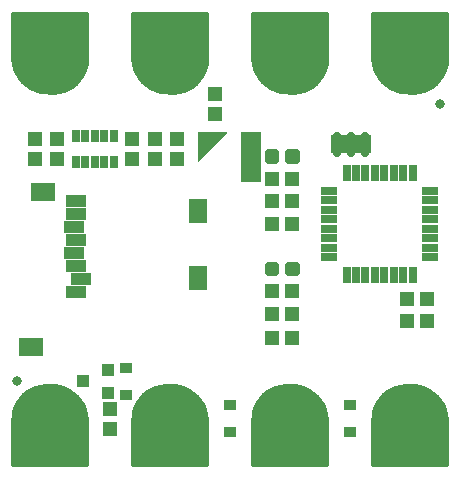
<source format=gts>
G75*
%MOIN*%
%OFA0B0*%
%FSLAX25Y25*%
%IPPOS*%
%LPD*%
%AMOC8*
5,1,8,0,0,1.08239X$1,22.5*
%
%ADD10R,0.05131X0.04737*%
%ADD11C,0.01990*%
%ADD12C,0.02572*%
%ADD13R,0.13760X0.06040*%
%ADD14C,0.03300*%
%ADD15R,0.03000X0.05800*%
%ADD16R,0.05800X0.03000*%
%ADD17R,0.06312X0.07887*%
%ADD18R,0.08280X0.06312*%
%ADD19R,0.06706X0.03950*%
%ADD20C,0.20800*%
%ADD21C,0.01000*%
%ADD22R,0.04737X0.05131*%
%ADD23R,0.02769X0.03950*%
%ADD24C,0.00197*%
%ADD25R,0.06693X0.16535*%
%ADD26R,0.04068X0.03280*%
%ADD27R,0.04343X0.03950*%
D10*
X0255409Y0338400D03*
X0262102Y0338400D03*
X0262102Y0346400D03*
X0255409Y0346400D03*
X0255409Y0353900D03*
X0262102Y0353900D03*
X0262102Y0376400D03*
X0255409Y0376400D03*
X0255409Y0383900D03*
X0262102Y0383900D03*
X0262102Y0391400D03*
X0255409Y0391400D03*
X0300409Y0351400D03*
X0307102Y0351400D03*
X0307102Y0343900D03*
X0300409Y0343900D03*
D11*
X0263581Y0360027D02*
X0263581Y0362773D01*
X0263581Y0360027D02*
X0260835Y0360027D01*
X0260835Y0362773D01*
X0263581Y0362773D01*
X0263581Y0361917D02*
X0260835Y0361917D01*
X0256675Y0362773D02*
X0256675Y0360027D01*
X0253929Y0360027D01*
X0253929Y0362773D01*
X0256675Y0362773D01*
X0256675Y0361917D02*
X0253929Y0361917D01*
X0253929Y0397527D02*
X0253929Y0400273D01*
X0256675Y0400273D01*
X0256675Y0397527D01*
X0253929Y0397527D01*
X0253929Y0399417D02*
X0256675Y0399417D01*
X0260835Y0400273D02*
X0260835Y0397527D01*
X0260835Y0400273D02*
X0263581Y0400273D01*
X0263581Y0397527D01*
X0260835Y0397527D01*
X0260835Y0399417D02*
X0263581Y0399417D01*
D12*
X0277031Y0400036D02*
X0277031Y0405764D01*
X0281755Y0405764D02*
X0281755Y0400036D01*
X0286479Y0400036D02*
X0286479Y0405764D01*
D13*
X0281745Y0402890D03*
D14*
X0311255Y0416400D03*
X0170255Y0323900D03*
D15*
X0280231Y0359500D03*
X0283381Y0359500D03*
X0286531Y0359500D03*
X0289680Y0359500D03*
X0292830Y0359500D03*
X0295979Y0359500D03*
X0299129Y0359500D03*
X0302279Y0359500D03*
X0302279Y0393300D03*
X0299129Y0393300D03*
X0295979Y0393300D03*
X0292830Y0393300D03*
X0289680Y0393300D03*
X0286531Y0393300D03*
X0283381Y0393300D03*
X0280231Y0393300D03*
D16*
X0274355Y0387424D03*
X0274355Y0384274D03*
X0274355Y0381124D03*
X0274355Y0377975D03*
X0274355Y0374825D03*
X0274355Y0371676D03*
X0274355Y0368526D03*
X0274355Y0365376D03*
X0308155Y0365376D03*
X0308155Y0368526D03*
X0308155Y0371676D03*
X0308155Y0374825D03*
X0308155Y0377975D03*
X0308155Y0381124D03*
X0308155Y0384274D03*
X0308155Y0387424D03*
D17*
X0230680Y0380829D03*
X0230680Y0358388D03*
D18*
X0178909Y0387128D03*
X0174972Y0335357D03*
D19*
X0190129Y0353703D03*
X0191704Y0358034D03*
X0190129Y0362365D03*
X0189342Y0366695D03*
X0190129Y0371026D03*
X0189342Y0375357D03*
X0190129Y0379687D03*
X0190129Y0384018D03*
D20*
X0181255Y0432400D03*
X0221255Y0432400D03*
X0261255Y0432400D03*
X0301255Y0432400D03*
X0301255Y0310400D03*
X0261255Y0310400D03*
X0221255Y0310400D03*
X0181255Y0310400D03*
D21*
X0168855Y0311000D02*
X0168855Y0296000D01*
X0193655Y0296000D01*
X0193655Y0311400D01*
X0193450Y0313073D01*
X0193008Y0314700D01*
X0192339Y0316248D01*
X0191457Y0317684D01*
X0190380Y0318981D01*
X0189129Y0320111D01*
X0187730Y0321051D01*
X0186211Y0321783D01*
X0184604Y0322291D01*
X0182940Y0322565D01*
X0181255Y0322600D01*
X0179655Y0322646D01*
X0178065Y0322466D01*
X0176516Y0322062D01*
X0175040Y0321443D01*
X0173667Y0320621D01*
X0172423Y0319613D01*
X0171335Y0318440D01*
X0170424Y0317124D01*
X0169708Y0315693D01*
X0169202Y0314174D01*
X0168915Y0312599D01*
X0168855Y0311000D01*
X0168869Y0311378D02*
X0193655Y0311378D01*
X0193655Y0310379D02*
X0168855Y0310379D01*
X0168855Y0309381D02*
X0193655Y0309381D01*
X0193655Y0308382D02*
X0168855Y0308382D01*
X0168855Y0307384D02*
X0193655Y0307384D01*
X0193655Y0306385D02*
X0168855Y0306385D01*
X0168855Y0305387D02*
X0193655Y0305387D01*
X0193655Y0304388D02*
X0168855Y0304388D01*
X0168855Y0303390D02*
X0193655Y0303390D01*
X0193655Y0302391D02*
X0168855Y0302391D01*
X0168855Y0301393D02*
X0193655Y0301393D01*
X0193655Y0300394D02*
X0168855Y0300394D01*
X0168855Y0299396D02*
X0193655Y0299396D01*
X0193655Y0298397D02*
X0168855Y0298397D01*
X0168855Y0297399D02*
X0193655Y0297399D01*
X0193655Y0296400D02*
X0168855Y0296400D01*
X0168907Y0312376D02*
X0193535Y0312376D01*
X0193368Y0313375D02*
X0169056Y0313375D01*
X0169268Y0314373D02*
X0193097Y0314373D01*
X0192718Y0315372D02*
X0169601Y0315372D01*
X0170047Y0316370D02*
X0192264Y0316370D01*
X0191651Y0317369D02*
X0170593Y0317369D01*
X0171285Y0318367D02*
X0190890Y0318367D01*
X0189954Y0319366D02*
X0172194Y0319366D01*
X0173350Y0320364D02*
X0188752Y0320364D01*
X0187083Y0321363D02*
X0174907Y0321363D01*
X0177665Y0322361D02*
X0184178Y0322361D01*
X0209202Y0314174D02*
X0209708Y0315693D01*
X0210424Y0317124D01*
X0211335Y0318440D01*
X0212423Y0319613D01*
X0213667Y0320621D01*
X0215040Y0321443D01*
X0216516Y0322062D01*
X0218065Y0322466D01*
X0219655Y0322646D01*
X0221255Y0322600D01*
X0222940Y0322565D01*
X0224604Y0322291D01*
X0226211Y0321783D01*
X0227730Y0321051D01*
X0229129Y0320111D01*
X0230380Y0318981D01*
X0231457Y0317684D01*
X0232339Y0316248D01*
X0233008Y0314700D01*
X0233450Y0313073D01*
X0233655Y0311400D01*
X0233655Y0296000D01*
X0208855Y0296000D01*
X0208855Y0311000D01*
X0208915Y0312599D01*
X0209202Y0314174D01*
X0209268Y0314373D02*
X0233097Y0314373D01*
X0233368Y0313375D02*
X0209056Y0313375D01*
X0208907Y0312376D02*
X0233535Y0312376D01*
X0233655Y0311378D02*
X0208869Y0311378D01*
X0208855Y0310379D02*
X0233655Y0310379D01*
X0233655Y0309381D02*
X0208855Y0309381D01*
X0208855Y0308382D02*
X0233655Y0308382D01*
X0233655Y0307384D02*
X0208855Y0307384D01*
X0208855Y0306385D02*
X0233655Y0306385D01*
X0233655Y0305387D02*
X0208855Y0305387D01*
X0208855Y0304388D02*
X0233655Y0304388D01*
X0233655Y0303390D02*
X0208855Y0303390D01*
X0208855Y0302391D02*
X0233655Y0302391D01*
X0233655Y0301393D02*
X0208855Y0301393D01*
X0208855Y0300394D02*
X0233655Y0300394D01*
X0233655Y0299396D02*
X0208855Y0299396D01*
X0208855Y0298397D02*
X0233655Y0298397D01*
X0233655Y0297399D02*
X0208855Y0297399D01*
X0208855Y0296400D02*
X0233655Y0296400D01*
X0248855Y0296400D02*
X0273655Y0296400D01*
X0273655Y0296000D02*
X0273655Y0311400D01*
X0273450Y0313073D01*
X0273008Y0314700D01*
X0272339Y0316248D01*
X0271457Y0317684D01*
X0270380Y0318981D01*
X0269129Y0320111D01*
X0267730Y0321051D01*
X0266211Y0321783D01*
X0264604Y0322291D01*
X0262940Y0322565D01*
X0261255Y0322600D01*
X0259655Y0322646D01*
X0258065Y0322466D01*
X0256516Y0322062D01*
X0255040Y0321443D01*
X0253667Y0320621D01*
X0252423Y0319613D01*
X0251335Y0318440D01*
X0250424Y0317124D01*
X0249708Y0315693D01*
X0249202Y0314174D01*
X0248915Y0312599D01*
X0248855Y0311000D01*
X0248855Y0296000D01*
X0273655Y0296000D01*
X0273655Y0297399D02*
X0248855Y0297399D01*
X0248855Y0298397D02*
X0273655Y0298397D01*
X0273655Y0299396D02*
X0248855Y0299396D01*
X0248855Y0300394D02*
X0273655Y0300394D01*
X0273655Y0301393D02*
X0248855Y0301393D01*
X0248855Y0302391D02*
X0273655Y0302391D01*
X0273655Y0303390D02*
X0248855Y0303390D01*
X0248855Y0304388D02*
X0273655Y0304388D01*
X0273655Y0305387D02*
X0248855Y0305387D01*
X0248855Y0306385D02*
X0273655Y0306385D01*
X0273655Y0307384D02*
X0248855Y0307384D01*
X0248855Y0308382D02*
X0273655Y0308382D01*
X0273655Y0309381D02*
X0248855Y0309381D01*
X0248855Y0310379D02*
X0273655Y0310379D01*
X0273655Y0311378D02*
X0248869Y0311378D01*
X0248907Y0312376D02*
X0273535Y0312376D01*
X0273368Y0313375D02*
X0249056Y0313375D01*
X0249268Y0314373D02*
X0273097Y0314373D01*
X0272718Y0315372D02*
X0249601Y0315372D01*
X0250047Y0316370D02*
X0272264Y0316370D01*
X0271651Y0317369D02*
X0250593Y0317369D01*
X0251285Y0318367D02*
X0270890Y0318367D01*
X0269954Y0319366D02*
X0252194Y0319366D01*
X0253350Y0320364D02*
X0268752Y0320364D01*
X0267083Y0321363D02*
X0254907Y0321363D01*
X0257665Y0322361D02*
X0264178Y0322361D01*
X0289202Y0314174D02*
X0289708Y0315693D01*
X0290424Y0317124D01*
X0291335Y0318440D01*
X0292423Y0319613D01*
X0293667Y0320621D01*
X0295040Y0321443D01*
X0296516Y0322062D01*
X0298065Y0322466D01*
X0299655Y0322646D01*
X0301255Y0322600D01*
X0302940Y0322565D01*
X0304604Y0322291D01*
X0306211Y0321783D01*
X0307730Y0321051D01*
X0309129Y0320111D01*
X0310380Y0318981D01*
X0311457Y0317684D01*
X0312339Y0316248D01*
X0313008Y0314700D01*
X0313450Y0313073D01*
X0313655Y0311400D01*
X0313655Y0296000D01*
X0288855Y0296000D01*
X0288855Y0311000D01*
X0288915Y0312599D01*
X0289202Y0314174D01*
X0289268Y0314373D02*
X0313097Y0314373D01*
X0313368Y0313375D02*
X0289056Y0313375D01*
X0288907Y0312376D02*
X0313535Y0312376D01*
X0313655Y0311378D02*
X0288869Y0311378D01*
X0288855Y0310379D02*
X0313655Y0310379D01*
X0313655Y0309381D02*
X0288855Y0309381D01*
X0288855Y0308382D02*
X0313655Y0308382D01*
X0313655Y0307384D02*
X0288855Y0307384D01*
X0288855Y0306385D02*
X0313655Y0306385D01*
X0313655Y0305387D02*
X0288855Y0305387D01*
X0288855Y0304388D02*
X0313655Y0304388D01*
X0313655Y0303390D02*
X0288855Y0303390D01*
X0288855Y0302391D02*
X0313655Y0302391D01*
X0313655Y0301393D02*
X0288855Y0301393D01*
X0288855Y0300394D02*
X0313655Y0300394D01*
X0313655Y0299396D02*
X0288855Y0299396D01*
X0288855Y0298397D02*
X0313655Y0298397D01*
X0313655Y0297399D02*
X0288855Y0297399D01*
X0288855Y0296400D02*
X0313655Y0296400D01*
X0312718Y0315372D02*
X0289601Y0315372D01*
X0290047Y0316370D02*
X0312264Y0316370D01*
X0311651Y0317369D02*
X0290593Y0317369D01*
X0291285Y0318367D02*
X0310890Y0318367D01*
X0309954Y0319366D02*
X0292194Y0319366D01*
X0293350Y0320364D02*
X0308752Y0320364D01*
X0307083Y0321363D02*
X0294907Y0321363D01*
X0297665Y0322361D02*
X0304178Y0322361D01*
X0232718Y0315372D02*
X0209601Y0315372D01*
X0210047Y0316370D02*
X0232264Y0316370D01*
X0231651Y0317369D02*
X0210593Y0317369D01*
X0211285Y0318367D02*
X0230890Y0318367D01*
X0229954Y0319366D02*
X0212194Y0319366D01*
X0213350Y0320364D02*
X0228752Y0320364D01*
X0227083Y0321363D02*
X0214907Y0321363D01*
X0217665Y0322361D02*
X0224178Y0322361D01*
X0222855Y0420154D02*
X0221255Y0420200D01*
X0219570Y0420235D01*
X0217906Y0420509D01*
X0216299Y0421017D01*
X0214780Y0421749D01*
X0213381Y0422689D01*
X0212130Y0423819D01*
X0211053Y0425116D01*
X0210171Y0426552D01*
X0209502Y0428100D01*
X0209061Y0429727D01*
X0208855Y0431400D01*
X0208855Y0446800D01*
X0233655Y0446800D01*
X0233655Y0431800D01*
X0233595Y0430201D01*
X0233309Y0428626D01*
X0232802Y0427107D01*
X0232087Y0425676D01*
X0231175Y0424360D01*
X0230087Y0423187D01*
X0228843Y0422179D01*
X0227470Y0421357D01*
X0225994Y0420738D01*
X0224445Y0420334D01*
X0222855Y0420154D01*
X0223398Y0420215D02*
X0220507Y0420215D01*
X0215890Y0421214D02*
X0227128Y0421214D01*
X0228885Y0422212D02*
X0214091Y0422212D01*
X0212804Y0423211D02*
X0230109Y0423211D01*
X0231035Y0424209D02*
X0211806Y0424209D01*
X0210996Y0425208D02*
X0231762Y0425208D01*
X0232352Y0426206D02*
X0210383Y0426206D01*
X0209889Y0427205D02*
X0232835Y0427205D01*
X0233168Y0428203D02*
X0209474Y0428203D01*
X0209203Y0429202D02*
X0233413Y0429202D01*
X0233595Y0430201D02*
X0209002Y0430201D01*
X0208880Y0431199D02*
X0233632Y0431199D01*
X0233655Y0432198D02*
X0208855Y0432198D01*
X0208855Y0433196D02*
X0233655Y0433196D01*
X0233655Y0434195D02*
X0208855Y0434195D01*
X0208855Y0435193D02*
X0233655Y0435193D01*
X0233655Y0436192D02*
X0208855Y0436192D01*
X0208855Y0437190D02*
X0233655Y0437190D01*
X0233655Y0438189D02*
X0208855Y0438189D01*
X0208855Y0439187D02*
X0233655Y0439187D01*
X0233655Y0440186D02*
X0208855Y0440186D01*
X0208855Y0441184D02*
X0233655Y0441184D01*
X0233655Y0442183D02*
X0208855Y0442183D01*
X0208855Y0443181D02*
X0233655Y0443181D01*
X0233655Y0444180D02*
X0208855Y0444180D01*
X0208855Y0445178D02*
X0233655Y0445178D01*
X0233655Y0446177D02*
X0208855Y0446177D01*
X0193655Y0446177D02*
X0168855Y0446177D01*
X0168855Y0446800D02*
X0168855Y0431400D01*
X0169061Y0429727D01*
X0169502Y0428100D01*
X0170171Y0426552D01*
X0171053Y0425116D01*
X0172130Y0423819D01*
X0173381Y0422689D01*
X0174780Y0421749D01*
X0176299Y0421017D01*
X0177906Y0420509D01*
X0179570Y0420235D01*
X0181255Y0420200D01*
X0182855Y0420154D01*
X0184445Y0420334D01*
X0185994Y0420738D01*
X0187470Y0421357D01*
X0188843Y0422179D01*
X0190087Y0423187D01*
X0191175Y0424360D01*
X0192087Y0425676D01*
X0192802Y0427107D01*
X0193309Y0428626D01*
X0193595Y0430201D01*
X0193655Y0431800D01*
X0193655Y0446800D01*
X0168855Y0446800D01*
X0168855Y0445178D02*
X0193655Y0445178D01*
X0193655Y0444180D02*
X0168855Y0444180D01*
X0168855Y0443181D02*
X0193655Y0443181D01*
X0193655Y0442183D02*
X0168855Y0442183D01*
X0168855Y0441184D02*
X0193655Y0441184D01*
X0193655Y0440186D02*
X0168855Y0440186D01*
X0168855Y0439187D02*
X0193655Y0439187D01*
X0193655Y0438189D02*
X0168855Y0438189D01*
X0168855Y0437190D02*
X0193655Y0437190D01*
X0193655Y0436192D02*
X0168855Y0436192D01*
X0168855Y0435193D02*
X0193655Y0435193D01*
X0193655Y0434195D02*
X0168855Y0434195D01*
X0168855Y0433196D02*
X0193655Y0433196D01*
X0193655Y0432198D02*
X0168855Y0432198D01*
X0168880Y0431199D02*
X0193632Y0431199D01*
X0193595Y0430201D02*
X0169002Y0430201D01*
X0169203Y0429202D02*
X0193413Y0429202D01*
X0193168Y0428203D02*
X0169474Y0428203D01*
X0169889Y0427205D02*
X0192835Y0427205D01*
X0192352Y0426206D02*
X0170383Y0426206D01*
X0170996Y0425208D02*
X0191762Y0425208D01*
X0191035Y0424209D02*
X0171806Y0424209D01*
X0172804Y0423211D02*
X0190109Y0423211D01*
X0188885Y0422212D02*
X0174091Y0422212D01*
X0175890Y0421214D02*
X0187128Y0421214D01*
X0183398Y0420215D02*
X0180507Y0420215D01*
X0249061Y0429727D02*
X0248855Y0431400D01*
X0248855Y0446800D01*
X0273655Y0446800D01*
X0273655Y0431800D01*
X0273595Y0430201D01*
X0273309Y0428626D01*
X0272802Y0427107D01*
X0272087Y0425676D01*
X0271175Y0424360D01*
X0270087Y0423187D01*
X0268843Y0422179D01*
X0267470Y0421357D01*
X0265994Y0420738D01*
X0264445Y0420334D01*
X0262855Y0420154D01*
X0261255Y0420200D01*
X0259570Y0420235D01*
X0257906Y0420509D01*
X0256299Y0421017D01*
X0254780Y0421749D01*
X0253381Y0422689D01*
X0252130Y0423819D01*
X0251053Y0425116D01*
X0250171Y0426552D01*
X0249502Y0428100D01*
X0249061Y0429727D01*
X0249002Y0430201D02*
X0273595Y0430201D01*
X0273632Y0431199D02*
X0248880Y0431199D01*
X0248855Y0432198D02*
X0273655Y0432198D01*
X0273655Y0433196D02*
X0248855Y0433196D01*
X0248855Y0434195D02*
X0273655Y0434195D01*
X0273655Y0435193D02*
X0248855Y0435193D01*
X0248855Y0436192D02*
X0273655Y0436192D01*
X0273655Y0437190D02*
X0248855Y0437190D01*
X0248855Y0438189D02*
X0273655Y0438189D01*
X0273655Y0439187D02*
X0248855Y0439187D01*
X0248855Y0440186D02*
X0273655Y0440186D01*
X0273655Y0441184D02*
X0248855Y0441184D01*
X0248855Y0442183D02*
X0273655Y0442183D01*
X0273655Y0443181D02*
X0248855Y0443181D01*
X0248855Y0444180D02*
X0273655Y0444180D01*
X0273655Y0445178D02*
X0248855Y0445178D01*
X0248855Y0446177D02*
X0273655Y0446177D01*
X0288855Y0446177D02*
X0313655Y0446177D01*
X0313655Y0446800D02*
X0313655Y0431800D01*
X0313595Y0430201D01*
X0313309Y0428626D01*
X0312802Y0427107D01*
X0312087Y0425676D01*
X0311175Y0424360D01*
X0310087Y0423187D01*
X0308843Y0422179D01*
X0307470Y0421357D01*
X0305994Y0420738D01*
X0304445Y0420334D01*
X0302855Y0420154D01*
X0301255Y0420200D01*
X0299570Y0420235D01*
X0297906Y0420509D01*
X0296299Y0421017D01*
X0294780Y0421749D01*
X0293381Y0422689D01*
X0292130Y0423819D01*
X0291053Y0425116D01*
X0290171Y0426552D01*
X0289502Y0428100D01*
X0289061Y0429727D01*
X0288855Y0431400D01*
X0288855Y0446800D01*
X0313655Y0446800D01*
X0313655Y0445178D02*
X0288855Y0445178D01*
X0288855Y0444180D02*
X0313655Y0444180D01*
X0313655Y0443181D02*
X0288855Y0443181D01*
X0288855Y0442183D02*
X0313655Y0442183D01*
X0313655Y0441184D02*
X0288855Y0441184D01*
X0288855Y0440186D02*
X0313655Y0440186D01*
X0313655Y0439187D02*
X0288855Y0439187D01*
X0288855Y0438189D02*
X0313655Y0438189D01*
X0313655Y0437190D02*
X0288855Y0437190D01*
X0288855Y0436192D02*
X0313655Y0436192D01*
X0313655Y0435193D02*
X0288855Y0435193D01*
X0288855Y0434195D02*
X0313655Y0434195D01*
X0313655Y0433196D02*
X0288855Y0433196D01*
X0288855Y0432198D02*
X0313655Y0432198D01*
X0313632Y0431199D02*
X0288880Y0431199D01*
X0289002Y0430201D02*
X0313595Y0430201D01*
X0313413Y0429202D02*
X0289203Y0429202D01*
X0289474Y0428203D02*
X0313168Y0428203D01*
X0312835Y0427205D02*
X0289889Y0427205D01*
X0290383Y0426206D02*
X0312352Y0426206D01*
X0311762Y0425208D02*
X0290996Y0425208D01*
X0291806Y0424209D02*
X0311035Y0424209D01*
X0310109Y0423211D02*
X0292804Y0423211D01*
X0294091Y0422212D02*
X0308885Y0422212D01*
X0307128Y0421214D02*
X0295890Y0421214D01*
X0300507Y0420215D02*
X0303398Y0420215D01*
X0273168Y0428203D02*
X0249474Y0428203D01*
X0249203Y0429202D02*
X0273413Y0429202D01*
X0272835Y0427205D02*
X0249889Y0427205D01*
X0250383Y0426206D02*
X0272352Y0426206D01*
X0271762Y0425208D02*
X0250996Y0425208D01*
X0251806Y0424209D02*
X0271035Y0424209D01*
X0270109Y0423211D02*
X0252804Y0423211D01*
X0254091Y0422212D02*
X0268885Y0422212D01*
X0267128Y0421214D02*
X0255890Y0421214D01*
X0260507Y0420215D02*
X0263398Y0420215D01*
D22*
X0236255Y0419746D03*
X0236255Y0413054D03*
X0223755Y0404746D03*
X0223755Y0398054D03*
X0216255Y0398054D03*
X0216255Y0404746D03*
X0208755Y0404746D03*
X0208755Y0398054D03*
X0183755Y0398054D03*
X0183755Y0404746D03*
X0176255Y0404746D03*
X0176255Y0398054D03*
X0201255Y0314746D03*
X0201255Y0308054D03*
D23*
X0202554Y0397069D03*
X0199405Y0397069D03*
X0196255Y0397069D03*
X0193105Y0397069D03*
X0189956Y0397069D03*
X0189956Y0405731D03*
X0193105Y0405731D03*
X0196255Y0405731D03*
X0199405Y0405731D03*
X0202554Y0405731D03*
D24*
X0230704Y0405803D02*
X0239004Y0405803D01*
X0239199Y0405998D02*
X0230704Y0405998D01*
X0230704Y0406193D02*
X0239395Y0406193D01*
X0239590Y0406389D02*
X0230704Y0406389D01*
X0230704Y0406584D02*
X0239786Y0406584D01*
X0239981Y0406779D02*
X0230704Y0406779D01*
X0230704Y0406951D02*
X0240153Y0406951D01*
X0230704Y0397502D01*
X0230704Y0406951D01*
X0230704Y0405607D02*
X0238809Y0405607D01*
X0238613Y0405412D02*
X0230704Y0405412D01*
X0230704Y0405216D02*
X0238418Y0405216D01*
X0238223Y0405021D02*
X0230704Y0405021D01*
X0230704Y0404826D02*
X0238027Y0404826D01*
X0237832Y0404630D02*
X0230704Y0404630D01*
X0230704Y0404435D02*
X0237637Y0404435D01*
X0237441Y0404240D02*
X0230704Y0404240D01*
X0230704Y0404044D02*
X0237246Y0404044D01*
X0237050Y0403849D02*
X0230704Y0403849D01*
X0230704Y0403654D02*
X0236855Y0403654D01*
X0236660Y0403458D02*
X0230704Y0403458D01*
X0230704Y0403263D02*
X0236464Y0403263D01*
X0236269Y0403067D02*
X0230704Y0403067D01*
X0230704Y0402872D02*
X0236074Y0402872D01*
X0235878Y0402677D02*
X0230704Y0402677D01*
X0230704Y0402481D02*
X0235683Y0402481D01*
X0235488Y0402286D02*
X0230704Y0402286D01*
X0230704Y0402091D02*
X0235292Y0402091D01*
X0235097Y0401895D02*
X0230704Y0401895D01*
X0230704Y0401700D02*
X0234901Y0401700D01*
X0234706Y0401505D02*
X0230704Y0401505D01*
X0230704Y0401309D02*
X0234511Y0401309D01*
X0234315Y0401114D02*
X0230704Y0401114D01*
X0230704Y0400919D02*
X0234120Y0400919D01*
X0233925Y0400723D02*
X0230704Y0400723D01*
X0230704Y0400528D02*
X0233729Y0400528D01*
X0233534Y0400332D02*
X0230704Y0400332D01*
X0230704Y0400137D02*
X0233339Y0400137D01*
X0233143Y0399942D02*
X0230704Y0399942D01*
X0230704Y0399746D02*
X0232948Y0399746D01*
X0232753Y0399551D02*
X0230704Y0399551D01*
X0230704Y0399356D02*
X0232557Y0399356D01*
X0232362Y0399160D02*
X0230704Y0399160D01*
X0230704Y0398965D02*
X0232166Y0398965D01*
X0231971Y0398770D02*
X0230704Y0398770D01*
X0230704Y0398574D02*
X0231776Y0398574D01*
X0231580Y0398379D02*
X0230704Y0398379D01*
X0230704Y0398183D02*
X0231385Y0398183D01*
X0231190Y0397988D02*
X0230704Y0397988D01*
X0230704Y0397793D02*
X0230994Y0397793D01*
X0230799Y0397597D02*
X0230704Y0397597D01*
D25*
X0248539Y0398762D03*
D26*
X0206755Y0328428D03*
X0206755Y0319372D03*
X0241255Y0315928D03*
X0241255Y0306872D03*
X0281255Y0306872D03*
X0281255Y0315928D03*
D27*
X0200692Y0320160D03*
X0200692Y0327640D03*
X0192424Y0323900D03*
M02*

</source>
